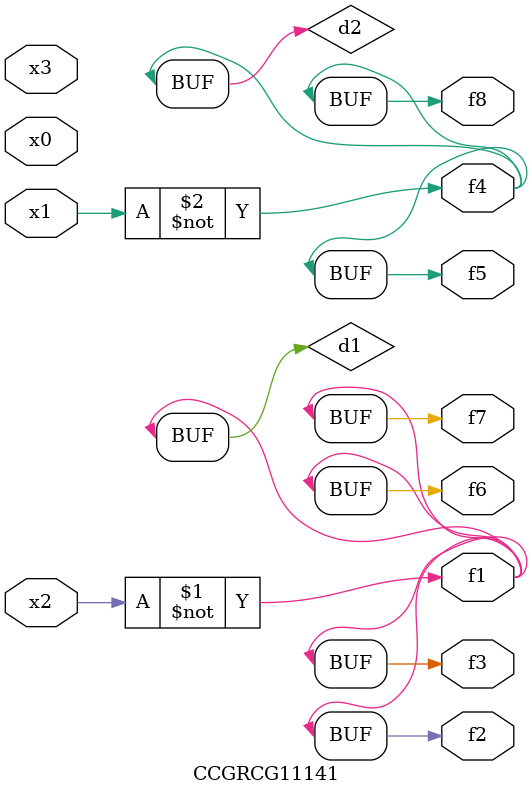
<source format=v>
module CCGRCG11141(
	input x0, x1, x2, x3,
	output f1, f2, f3, f4, f5, f6, f7, f8
);

	wire d1, d2;

	xnor (d1, x2);
	not (d2, x1);
	assign f1 = d1;
	assign f2 = d1;
	assign f3 = d1;
	assign f4 = d2;
	assign f5 = d2;
	assign f6 = d1;
	assign f7 = d1;
	assign f8 = d2;
endmodule

</source>
